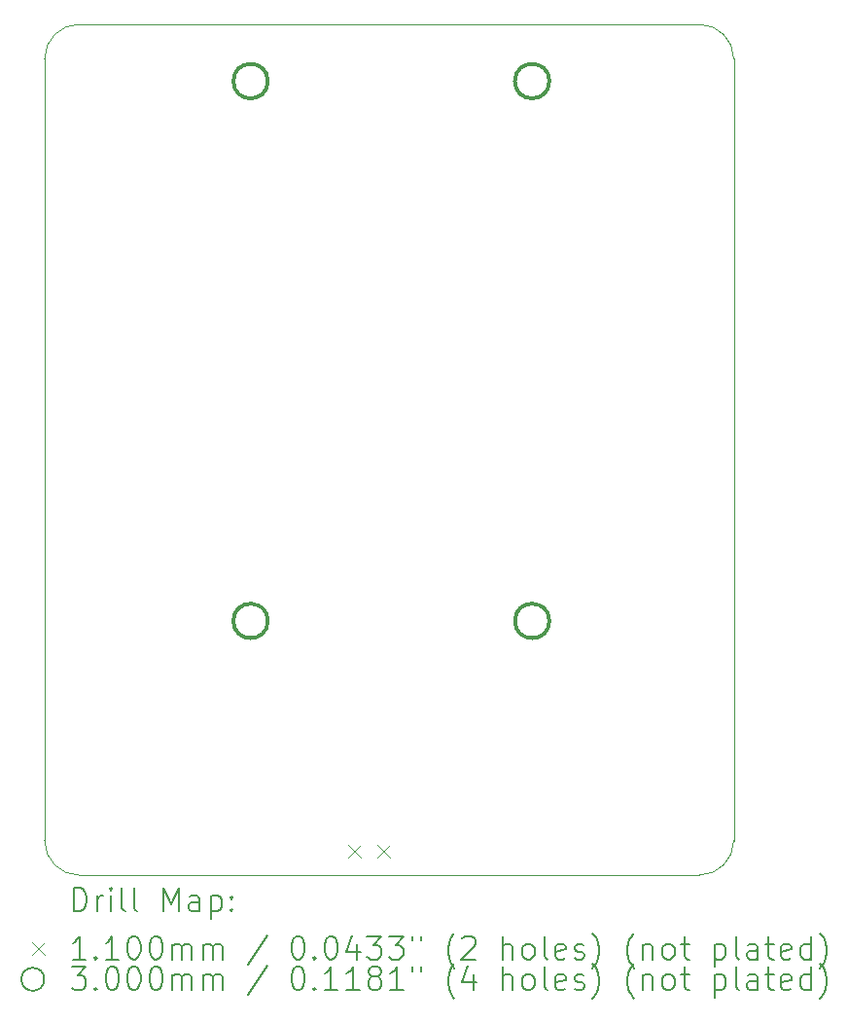
<source format=gbr>
%TF.GenerationSoftware,KiCad,Pcbnew,(6.0.7)*%
%TF.CreationDate,2022-08-26T02:08:34+02:00*%
%TF.ProjectId,airpcb_smd,61697270-6362-45f7-936d-642e6b696361,rev?*%
%TF.SameCoordinates,Original*%
%TF.FileFunction,Drillmap*%
%TF.FilePolarity,Positive*%
%FSLAX45Y45*%
G04 Gerber Fmt 4.5, Leading zero omitted, Abs format (unit mm)*
G04 Created by KiCad (PCBNEW (6.0.7)) date 2022-08-26 02:08:34*
%MOMM*%
%LPD*%
G01*
G04 APERTURE LIST*
%ADD10C,0.050000*%
%ADD11C,0.200000*%
%ADD12C,0.110000*%
%ADD13C,0.300000*%
G04 APERTURE END LIST*
D10*
X10300000Y-5000000D02*
G75*
G03*
X10000000Y-5300000I0J-300000D01*
G01*
X10300000Y-5000000D02*
X15700000Y-5000000D01*
X10000000Y-12100000D02*
G75*
G03*
X10300000Y-12400000I300000J0D01*
G01*
X16000000Y-5300000D02*
G75*
G03*
X15700000Y-5000000I-300000J0D01*
G01*
X16000000Y-5300000D02*
X16000000Y-12100000D01*
X10300000Y-12400000D02*
X15700000Y-12400000D01*
X10000000Y-5300000D02*
X10000000Y-12100000D01*
X15700000Y-12400000D02*
G75*
G03*
X16000000Y-12100000I0J300000D01*
G01*
D11*
D12*
X12645000Y-12137000D02*
X12755000Y-12247000D01*
X12755000Y-12137000D02*
X12645000Y-12247000D01*
X12899000Y-12137000D02*
X13009000Y-12247000D01*
X13009000Y-12137000D02*
X12899000Y-12247000D01*
D13*
X11943500Y-5494000D02*
G75*
G03*
X11943500Y-5494000I-150000J0D01*
G01*
X11943500Y-10189000D02*
G75*
G03*
X11943500Y-10189000I-150000J0D01*
G01*
X14394500Y-5494000D02*
G75*
G03*
X14394500Y-5494000I-150000J0D01*
G01*
X14394500Y-10189000D02*
G75*
G03*
X14394500Y-10189000I-150000J0D01*
G01*
D11*
X10255119Y-12712976D02*
X10255119Y-12512976D01*
X10302738Y-12512976D01*
X10331310Y-12522500D01*
X10350357Y-12541548D01*
X10359881Y-12560595D01*
X10369405Y-12598690D01*
X10369405Y-12627262D01*
X10359881Y-12665357D01*
X10350357Y-12684405D01*
X10331310Y-12703452D01*
X10302738Y-12712976D01*
X10255119Y-12712976D01*
X10455119Y-12712976D02*
X10455119Y-12579643D01*
X10455119Y-12617738D02*
X10464643Y-12598690D01*
X10474167Y-12589167D01*
X10493214Y-12579643D01*
X10512262Y-12579643D01*
X10578929Y-12712976D02*
X10578929Y-12579643D01*
X10578929Y-12512976D02*
X10569405Y-12522500D01*
X10578929Y-12532024D01*
X10588452Y-12522500D01*
X10578929Y-12512976D01*
X10578929Y-12532024D01*
X10702738Y-12712976D02*
X10683690Y-12703452D01*
X10674167Y-12684405D01*
X10674167Y-12512976D01*
X10807500Y-12712976D02*
X10788452Y-12703452D01*
X10778929Y-12684405D01*
X10778929Y-12512976D01*
X11036071Y-12712976D02*
X11036071Y-12512976D01*
X11102738Y-12655833D01*
X11169405Y-12512976D01*
X11169405Y-12712976D01*
X11350357Y-12712976D02*
X11350357Y-12608214D01*
X11340833Y-12589167D01*
X11321786Y-12579643D01*
X11283690Y-12579643D01*
X11264643Y-12589167D01*
X11350357Y-12703452D02*
X11331309Y-12712976D01*
X11283690Y-12712976D01*
X11264643Y-12703452D01*
X11255119Y-12684405D01*
X11255119Y-12665357D01*
X11264643Y-12646309D01*
X11283690Y-12636786D01*
X11331309Y-12636786D01*
X11350357Y-12627262D01*
X11445595Y-12579643D02*
X11445595Y-12779643D01*
X11445595Y-12589167D02*
X11464643Y-12579643D01*
X11502738Y-12579643D01*
X11521786Y-12589167D01*
X11531309Y-12598690D01*
X11540833Y-12617738D01*
X11540833Y-12674881D01*
X11531309Y-12693928D01*
X11521786Y-12703452D01*
X11502738Y-12712976D01*
X11464643Y-12712976D01*
X11445595Y-12703452D01*
X11626548Y-12693928D02*
X11636071Y-12703452D01*
X11626548Y-12712976D01*
X11617024Y-12703452D01*
X11626548Y-12693928D01*
X11626548Y-12712976D01*
X11626548Y-12589167D02*
X11636071Y-12598690D01*
X11626548Y-12608214D01*
X11617024Y-12598690D01*
X11626548Y-12589167D01*
X11626548Y-12608214D01*
D12*
X9887500Y-12987500D02*
X9997500Y-13097500D01*
X9997500Y-12987500D02*
X9887500Y-13097500D01*
D11*
X10359881Y-13132976D02*
X10245595Y-13132976D01*
X10302738Y-13132976D02*
X10302738Y-12932976D01*
X10283690Y-12961548D01*
X10264643Y-12980595D01*
X10245595Y-12990119D01*
X10445595Y-13113928D02*
X10455119Y-13123452D01*
X10445595Y-13132976D01*
X10436071Y-13123452D01*
X10445595Y-13113928D01*
X10445595Y-13132976D01*
X10645595Y-13132976D02*
X10531310Y-13132976D01*
X10588452Y-13132976D02*
X10588452Y-12932976D01*
X10569405Y-12961548D01*
X10550357Y-12980595D01*
X10531310Y-12990119D01*
X10769405Y-12932976D02*
X10788452Y-12932976D01*
X10807500Y-12942500D01*
X10817024Y-12952024D01*
X10826548Y-12971071D01*
X10836071Y-13009167D01*
X10836071Y-13056786D01*
X10826548Y-13094881D01*
X10817024Y-13113928D01*
X10807500Y-13123452D01*
X10788452Y-13132976D01*
X10769405Y-13132976D01*
X10750357Y-13123452D01*
X10740833Y-13113928D01*
X10731310Y-13094881D01*
X10721786Y-13056786D01*
X10721786Y-13009167D01*
X10731310Y-12971071D01*
X10740833Y-12952024D01*
X10750357Y-12942500D01*
X10769405Y-12932976D01*
X10959881Y-12932976D02*
X10978929Y-12932976D01*
X10997976Y-12942500D01*
X11007500Y-12952024D01*
X11017024Y-12971071D01*
X11026548Y-13009167D01*
X11026548Y-13056786D01*
X11017024Y-13094881D01*
X11007500Y-13113928D01*
X10997976Y-13123452D01*
X10978929Y-13132976D01*
X10959881Y-13132976D01*
X10940833Y-13123452D01*
X10931310Y-13113928D01*
X10921786Y-13094881D01*
X10912262Y-13056786D01*
X10912262Y-13009167D01*
X10921786Y-12971071D01*
X10931310Y-12952024D01*
X10940833Y-12942500D01*
X10959881Y-12932976D01*
X11112262Y-13132976D02*
X11112262Y-12999643D01*
X11112262Y-13018690D02*
X11121786Y-13009167D01*
X11140833Y-12999643D01*
X11169405Y-12999643D01*
X11188452Y-13009167D01*
X11197976Y-13028214D01*
X11197976Y-13132976D01*
X11197976Y-13028214D02*
X11207500Y-13009167D01*
X11226548Y-12999643D01*
X11255119Y-12999643D01*
X11274167Y-13009167D01*
X11283690Y-13028214D01*
X11283690Y-13132976D01*
X11378928Y-13132976D02*
X11378928Y-12999643D01*
X11378928Y-13018690D02*
X11388452Y-13009167D01*
X11407500Y-12999643D01*
X11436071Y-12999643D01*
X11455119Y-13009167D01*
X11464643Y-13028214D01*
X11464643Y-13132976D01*
X11464643Y-13028214D02*
X11474167Y-13009167D01*
X11493214Y-12999643D01*
X11521786Y-12999643D01*
X11540833Y-13009167D01*
X11550357Y-13028214D01*
X11550357Y-13132976D01*
X11940833Y-12923452D02*
X11769405Y-13180595D01*
X12197976Y-12932976D02*
X12217024Y-12932976D01*
X12236071Y-12942500D01*
X12245595Y-12952024D01*
X12255119Y-12971071D01*
X12264643Y-13009167D01*
X12264643Y-13056786D01*
X12255119Y-13094881D01*
X12245595Y-13113928D01*
X12236071Y-13123452D01*
X12217024Y-13132976D01*
X12197976Y-13132976D01*
X12178928Y-13123452D01*
X12169405Y-13113928D01*
X12159881Y-13094881D01*
X12150357Y-13056786D01*
X12150357Y-13009167D01*
X12159881Y-12971071D01*
X12169405Y-12952024D01*
X12178928Y-12942500D01*
X12197976Y-12932976D01*
X12350357Y-13113928D02*
X12359881Y-13123452D01*
X12350357Y-13132976D01*
X12340833Y-13123452D01*
X12350357Y-13113928D01*
X12350357Y-13132976D01*
X12483690Y-12932976D02*
X12502738Y-12932976D01*
X12521786Y-12942500D01*
X12531309Y-12952024D01*
X12540833Y-12971071D01*
X12550357Y-13009167D01*
X12550357Y-13056786D01*
X12540833Y-13094881D01*
X12531309Y-13113928D01*
X12521786Y-13123452D01*
X12502738Y-13132976D01*
X12483690Y-13132976D01*
X12464643Y-13123452D01*
X12455119Y-13113928D01*
X12445595Y-13094881D01*
X12436071Y-13056786D01*
X12436071Y-13009167D01*
X12445595Y-12971071D01*
X12455119Y-12952024D01*
X12464643Y-12942500D01*
X12483690Y-12932976D01*
X12721786Y-12999643D02*
X12721786Y-13132976D01*
X12674167Y-12923452D02*
X12626548Y-13066309D01*
X12750357Y-13066309D01*
X12807500Y-12932976D02*
X12931309Y-12932976D01*
X12864643Y-13009167D01*
X12893214Y-13009167D01*
X12912262Y-13018690D01*
X12921786Y-13028214D01*
X12931309Y-13047262D01*
X12931309Y-13094881D01*
X12921786Y-13113928D01*
X12912262Y-13123452D01*
X12893214Y-13132976D01*
X12836071Y-13132976D01*
X12817024Y-13123452D01*
X12807500Y-13113928D01*
X12997976Y-12932976D02*
X13121786Y-12932976D01*
X13055119Y-13009167D01*
X13083690Y-13009167D01*
X13102738Y-13018690D01*
X13112262Y-13028214D01*
X13121786Y-13047262D01*
X13121786Y-13094881D01*
X13112262Y-13113928D01*
X13102738Y-13123452D01*
X13083690Y-13132976D01*
X13026548Y-13132976D01*
X13007500Y-13123452D01*
X12997976Y-13113928D01*
X13197976Y-12932976D02*
X13197976Y-12971071D01*
X13274167Y-12932976D02*
X13274167Y-12971071D01*
X13569405Y-13209167D02*
X13559881Y-13199643D01*
X13540833Y-13171071D01*
X13531309Y-13152024D01*
X13521786Y-13123452D01*
X13512262Y-13075833D01*
X13512262Y-13037738D01*
X13521786Y-12990119D01*
X13531309Y-12961548D01*
X13540833Y-12942500D01*
X13559881Y-12913928D01*
X13569405Y-12904405D01*
X13636071Y-12952024D02*
X13645595Y-12942500D01*
X13664643Y-12932976D01*
X13712262Y-12932976D01*
X13731309Y-12942500D01*
X13740833Y-12952024D01*
X13750357Y-12971071D01*
X13750357Y-12990119D01*
X13740833Y-13018690D01*
X13626548Y-13132976D01*
X13750357Y-13132976D01*
X13988452Y-13132976D02*
X13988452Y-12932976D01*
X14074167Y-13132976D02*
X14074167Y-13028214D01*
X14064643Y-13009167D01*
X14045595Y-12999643D01*
X14017024Y-12999643D01*
X13997976Y-13009167D01*
X13988452Y-13018690D01*
X14197976Y-13132976D02*
X14178928Y-13123452D01*
X14169405Y-13113928D01*
X14159881Y-13094881D01*
X14159881Y-13037738D01*
X14169405Y-13018690D01*
X14178928Y-13009167D01*
X14197976Y-12999643D01*
X14226548Y-12999643D01*
X14245595Y-13009167D01*
X14255119Y-13018690D01*
X14264643Y-13037738D01*
X14264643Y-13094881D01*
X14255119Y-13113928D01*
X14245595Y-13123452D01*
X14226548Y-13132976D01*
X14197976Y-13132976D01*
X14378928Y-13132976D02*
X14359881Y-13123452D01*
X14350357Y-13104405D01*
X14350357Y-12932976D01*
X14531309Y-13123452D02*
X14512262Y-13132976D01*
X14474167Y-13132976D01*
X14455119Y-13123452D01*
X14445595Y-13104405D01*
X14445595Y-13028214D01*
X14455119Y-13009167D01*
X14474167Y-12999643D01*
X14512262Y-12999643D01*
X14531309Y-13009167D01*
X14540833Y-13028214D01*
X14540833Y-13047262D01*
X14445595Y-13066309D01*
X14617024Y-13123452D02*
X14636071Y-13132976D01*
X14674167Y-13132976D01*
X14693214Y-13123452D01*
X14702738Y-13104405D01*
X14702738Y-13094881D01*
X14693214Y-13075833D01*
X14674167Y-13066309D01*
X14645595Y-13066309D01*
X14626548Y-13056786D01*
X14617024Y-13037738D01*
X14617024Y-13028214D01*
X14626548Y-13009167D01*
X14645595Y-12999643D01*
X14674167Y-12999643D01*
X14693214Y-13009167D01*
X14769405Y-13209167D02*
X14778928Y-13199643D01*
X14797976Y-13171071D01*
X14807500Y-13152024D01*
X14817024Y-13123452D01*
X14826548Y-13075833D01*
X14826548Y-13037738D01*
X14817024Y-12990119D01*
X14807500Y-12961548D01*
X14797976Y-12942500D01*
X14778928Y-12913928D01*
X14769405Y-12904405D01*
X15131309Y-13209167D02*
X15121786Y-13199643D01*
X15102738Y-13171071D01*
X15093214Y-13152024D01*
X15083690Y-13123452D01*
X15074167Y-13075833D01*
X15074167Y-13037738D01*
X15083690Y-12990119D01*
X15093214Y-12961548D01*
X15102738Y-12942500D01*
X15121786Y-12913928D01*
X15131309Y-12904405D01*
X15207500Y-12999643D02*
X15207500Y-13132976D01*
X15207500Y-13018690D02*
X15217024Y-13009167D01*
X15236071Y-12999643D01*
X15264643Y-12999643D01*
X15283690Y-13009167D01*
X15293214Y-13028214D01*
X15293214Y-13132976D01*
X15417024Y-13132976D02*
X15397976Y-13123452D01*
X15388452Y-13113928D01*
X15378928Y-13094881D01*
X15378928Y-13037738D01*
X15388452Y-13018690D01*
X15397976Y-13009167D01*
X15417024Y-12999643D01*
X15445595Y-12999643D01*
X15464643Y-13009167D01*
X15474167Y-13018690D01*
X15483690Y-13037738D01*
X15483690Y-13094881D01*
X15474167Y-13113928D01*
X15464643Y-13123452D01*
X15445595Y-13132976D01*
X15417024Y-13132976D01*
X15540833Y-12999643D02*
X15617024Y-12999643D01*
X15569405Y-12932976D02*
X15569405Y-13104405D01*
X15578928Y-13123452D01*
X15597976Y-13132976D01*
X15617024Y-13132976D01*
X15836071Y-12999643D02*
X15836071Y-13199643D01*
X15836071Y-13009167D02*
X15855119Y-12999643D01*
X15893214Y-12999643D01*
X15912262Y-13009167D01*
X15921786Y-13018690D01*
X15931309Y-13037738D01*
X15931309Y-13094881D01*
X15921786Y-13113928D01*
X15912262Y-13123452D01*
X15893214Y-13132976D01*
X15855119Y-13132976D01*
X15836071Y-13123452D01*
X16045595Y-13132976D02*
X16026548Y-13123452D01*
X16017024Y-13104405D01*
X16017024Y-12932976D01*
X16207500Y-13132976D02*
X16207500Y-13028214D01*
X16197976Y-13009167D01*
X16178928Y-12999643D01*
X16140833Y-12999643D01*
X16121786Y-13009167D01*
X16207500Y-13123452D02*
X16188452Y-13132976D01*
X16140833Y-13132976D01*
X16121786Y-13123452D01*
X16112262Y-13104405D01*
X16112262Y-13085357D01*
X16121786Y-13066309D01*
X16140833Y-13056786D01*
X16188452Y-13056786D01*
X16207500Y-13047262D01*
X16274167Y-12999643D02*
X16350357Y-12999643D01*
X16302738Y-12932976D02*
X16302738Y-13104405D01*
X16312262Y-13123452D01*
X16331309Y-13132976D01*
X16350357Y-13132976D01*
X16493214Y-13123452D02*
X16474167Y-13132976D01*
X16436071Y-13132976D01*
X16417024Y-13123452D01*
X16407500Y-13104405D01*
X16407500Y-13028214D01*
X16417024Y-13009167D01*
X16436071Y-12999643D01*
X16474167Y-12999643D01*
X16493214Y-13009167D01*
X16502738Y-13028214D01*
X16502738Y-13047262D01*
X16407500Y-13066309D01*
X16674167Y-13132976D02*
X16674167Y-12932976D01*
X16674167Y-13123452D02*
X16655119Y-13132976D01*
X16617024Y-13132976D01*
X16597976Y-13123452D01*
X16588452Y-13113928D01*
X16578928Y-13094881D01*
X16578928Y-13037738D01*
X16588452Y-13018690D01*
X16597976Y-13009167D01*
X16617024Y-12999643D01*
X16655119Y-12999643D01*
X16674167Y-13009167D01*
X16750357Y-13209167D02*
X16759881Y-13199643D01*
X16778929Y-13171071D01*
X16788452Y-13152024D01*
X16797976Y-13123452D01*
X16807500Y-13075833D01*
X16807500Y-13037738D01*
X16797976Y-12990119D01*
X16788452Y-12961548D01*
X16778929Y-12942500D01*
X16759881Y-12913928D01*
X16750357Y-12904405D01*
X9997500Y-13306500D02*
G75*
G03*
X9997500Y-13306500I-100000J0D01*
G01*
X10236071Y-13196976D02*
X10359881Y-13196976D01*
X10293214Y-13273167D01*
X10321786Y-13273167D01*
X10340833Y-13282690D01*
X10350357Y-13292214D01*
X10359881Y-13311262D01*
X10359881Y-13358881D01*
X10350357Y-13377928D01*
X10340833Y-13387452D01*
X10321786Y-13396976D01*
X10264643Y-13396976D01*
X10245595Y-13387452D01*
X10236071Y-13377928D01*
X10445595Y-13377928D02*
X10455119Y-13387452D01*
X10445595Y-13396976D01*
X10436071Y-13387452D01*
X10445595Y-13377928D01*
X10445595Y-13396976D01*
X10578929Y-13196976D02*
X10597976Y-13196976D01*
X10617024Y-13206500D01*
X10626548Y-13216024D01*
X10636071Y-13235071D01*
X10645595Y-13273167D01*
X10645595Y-13320786D01*
X10636071Y-13358881D01*
X10626548Y-13377928D01*
X10617024Y-13387452D01*
X10597976Y-13396976D01*
X10578929Y-13396976D01*
X10559881Y-13387452D01*
X10550357Y-13377928D01*
X10540833Y-13358881D01*
X10531310Y-13320786D01*
X10531310Y-13273167D01*
X10540833Y-13235071D01*
X10550357Y-13216024D01*
X10559881Y-13206500D01*
X10578929Y-13196976D01*
X10769405Y-13196976D02*
X10788452Y-13196976D01*
X10807500Y-13206500D01*
X10817024Y-13216024D01*
X10826548Y-13235071D01*
X10836071Y-13273167D01*
X10836071Y-13320786D01*
X10826548Y-13358881D01*
X10817024Y-13377928D01*
X10807500Y-13387452D01*
X10788452Y-13396976D01*
X10769405Y-13396976D01*
X10750357Y-13387452D01*
X10740833Y-13377928D01*
X10731310Y-13358881D01*
X10721786Y-13320786D01*
X10721786Y-13273167D01*
X10731310Y-13235071D01*
X10740833Y-13216024D01*
X10750357Y-13206500D01*
X10769405Y-13196976D01*
X10959881Y-13196976D02*
X10978929Y-13196976D01*
X10997976Y-13206500D01*
X11007500Y-13216024D01*
X11017024Y-13235071D01*
X11026548Y-13273167D01*
X11026548Y-13320786D01*
X11017024Y-13358881D01*
X11007500Y-13377928D01*
X10997976Y-13387452D01*
X10978929Y-13396976D01*
X10959881Y-13396976D01*
X10940833Y-13387452D01*
X10931310Y-13377928D01*
X10921786Y-13358881D01*
X10912262Y-13320786D01*
X10912262Y-13273167D01*
X10921786Y-13235071D01*
X10931310Y-13216024D01*
X10940833Y-13206500D01*
X10959881Y-13196976D01*
X11112262Y-13396976D02*
X11112262Y-13263643D01*
X11112262Y-13282690D02*
X11121786Y-13273167D01*
X11140833Y-13263643D01*
X11169405Y-13263643D01*
X11188452Y-13273167D01*
X11197976Y-13292214D01*
X11197976Y-13396976D01*
X11197976Y-13292214D02*
X11207500Y-13273167D01*
X11226548Y-13263643D01*
X11255119Y-13263643D01*
X11274167Y-13273167D01*
X11283690Y-13292214D01*
X11283690Y-13396976D01*
X11378928Y-13396976D02*
X11378928Y-13263643D01*
X11378928Y-13282690D02*
X11388452Y-13273167D01*
X11407500Y-13263643D01*
X11436071Y-13263643D01*
X11455119Y-13273167D01*
X11464643Y-13292214D01*
X11464643Y-13396976D01*
X11464643Y-13292214D02*
X11474167Y-13273167D01*
X11493214Y-13263643D01*
X11521786Y-13263643D01*
X11540833Y-13273167D01*
X11550357Y-13292214D01*
X11550357Y-13396976D01*
X11940833Y-13187452D02*
X11769405Y-13444595D01*
X12197976Y-13196976D02*
X12217024Y-13196976D01*
X12236071Y-13206500D01*
X12245595Y-13216024D01*
X12255119Y-13235071D01*
X12264643Y-13273167D01*
X12264643Y-13320786D01*
X12255119Y-13358881D01*
X12245595Y-13377928D01*
X12236071Y-13387452D01*
X12217024Y-13396976D01*
X12197976Y-13396976D01*
X12178928Y-13387452D01*
X12169405Y-13377928D01*
X12159881Y-13358881D01*
X12150357Y-13320786D01*
X12150357Y-13273167D01*
X12159881Y-13235071D01*
X12169405Y-13216024D01*
X12178928Y-13206500D01*
X12197976Y-13196976D01*
X12350357Y-13377928D02*
X12359881Y-13387452D01*
X12350357Y-13396976D01*
X12340833Y-13387452D01*
X12350357Y-13377928D01*
X12350357Y-13396976D01*
X12550357Y-13396976D02*
X12436071Y-13396976D01*
X12493214Y-13396976D02*
X12493214Y-13196976D01*
X12474167Y-13225548D01*
X12455119Y-13244595D01*
X12436071Y-13254119D01*
X12740833Y-13396976D02*
X12626548Y-13396976D01*
X12683690Y-13396976D02*
X12683690Y-13196976D01*
X12664643Y-13225548D01*
X12645595Y-13244595D01*
X12626548Y-13254119D01*
X12855119Y-13282690D02*
X12836071Y-13273167D01*
X12826548Y-13263643D01*
X12817024Y-13244595D01*
X12817024Y-13235071D01*
X12826548Y-13216024D01*
X12836071Y-13206500D01*
X12855119Y-13196976D01*
X12893214Y-13196976D01*
X12912262Y-13206500D01*
X12921786Y-13216024D01*
X12931309Y-13235071D01*
X12931309Y-13244595D01*
X12921786Y-13263643D01*
X12912262Y-13273167D01*
X12893214Y-13282690D01*
X12855119Y-13282690D01*
X12836071Y-13292214D01*
X12826548Y-13301738D01*
X12817024Y-13320786D01*
X12817024Y-13358881D01*
X12826548Y-13377928D01*
X12836071Y-13387452D01*
X12855119Y-13396976D01*
X12893214Y-13396976D01*
X12912262Y-13387452D01*
X12921786Y-13377928D01*
X12931309Y-13358881D01*
X12931309Y-13320786D01*
X12921786Y-13301738D01*
X12912262Y-13292214D01*
X12893214Y-13282690D01*
X13121786Y-13396976D02*
X13007500Y-13396976D01*
X13064643Y-13396976D02*
X13064643Y-13196976D01*
X13045595Y-13225548D01*
X13026548Y-13244595D01*
X13007500Y-13254119D01*
X13197976Y-13196976D02*
X13197976Y-13235071D01*
X13274167Y-13196976D02*
X13274167Y-13235071D01*
X13569405Y-13473167D02*
X13559881Y-13463643D01*
X13540833Y-13435071D01*
X13531309Y-13416024D01*
X13521786Y-13387452D01*
X13512262Y-13339833D01*
X13512262Y-13301738D01*
X13521786Y-13254119D01*
X13531309Y-13225548D01*
X13540833Y-13206500D01*
X13559881Y-13177928D01*
X13569405Y-13168405D01*
X13731309Y-13263643D02*
X13731309Y-13396976D01*
X13683690Y-13187452D02*
X13636071Y-13330309D01*
X13759881Y-13330309D01*
X13988452Y-13396976D02*
X13988452Y-13196976D01*
X14074167Y-13396976D02*
X14074167Y-13292214D01*
X14064643Y-13273167D01*
X14045595Y-13263643D01*
X14017024Y-13263643D01*
X13997976Y-13273167D01*
X13988452Y-13282690D01*
X14197976Y-13396976D02*
X14178928Y-13387452D01*
X14169405Y-13377928D01*
X14159881Y-13358881D01*
X14159881Y-13301738D01*
X14169405Y-13282690D01*
X14178928Y-13273167D01*
X14197976Y-13263643D01*
X14226548Y-13263643D01*
X14245595Y-13273167D01*
X14255119Y-13282690D01*
X14264643Y-13301738D01*
X14264643Y-13358881D01*
X14255119Y-13377928D01*
X14245595Y-13387452D01*
X14226548Y-13396976D01*
X14197976Y-13396976D01*
X14378928Y-13396976D02*
X14359881Y-13387452D01*
X14350357Y-13368405D01*
X14350357Y-13196976D01*
X14531309Y-13387452D02*
X14512262Y-13396976D01*
X14474167Y-13396976D01*
X14455119Y-13387452D01*
X14445595Y-13368405D01*
X14445595Y-13292214D01*
X14455119Y-13273167D01*
X14474167Y-13263643D01*
X14512262Y-13263643D01*
X14531309Y-13273167D01*
X14540833Y-13292214D01*
X14540833Y-13311262D01*
X14445595Y-13330309D01*
X14617024Y-13387452D02*
X14636071Y-13396976D01*
X14674167Y-13396976D01*
X14693214Y-13387452D01*
X14702738Y-13368405D01*
X14702738Y-13358881D01*
X14693214Y-13339833D01*
X14674167Y-13330309D01*
X14645595Y-13330309D01*
X14626548Y-13320786D01*
X14617024Y-13301738D01*
X14617024Y-13292214D01*
X14626548Y-13273167D01*
X14645595Y-13263643D01*
X14674167Y-13263643D01*
X14693214Y-13273167D01*
X14769405Y-13473167D02*
X14778928Y-13463643D01*
X14797976Y-13435071D01*
X14807500Y-13416024D01*
X14817024Y-13387452D01*
X14826548Y-13339833D01*
X14826548Y-13301738D01*
X14817024Y-13254119D01*
X14807500Y-13225548D01*
X14797976Y-13206500D01*
X14778928Y-13177928D01*
X14769405Y-13168405D01*
X15131309Y-13473167D02*
X15121786Y-13463643D01*
X15102738Y-13435071D01*
X15093214Y-13416024D01*
X15083690Y-13387452D01*
X15074167Y-13339833D01*
X15074167Y-13301738D01*
X15083690Y-13254119D01*
X15093214Y-13225548D01*
X15102738Y-13206500D01*
X15121786Y-13177928D01*
X15131309Y-13168405D01*
X15207500Y-13263643D02*
X15207500Y-13396976D01*
X15207500Y-13282690D02*
X15217024Y-13273167D01*
X15236071Y-13263643D01*
X15264643Y-13263643D01*
X15283690Y-13273167D01*
X15293214Y-13292214D01*
X15293214Y-13396976D01*
X15417024Y-13396976D02*
X15397976Y-13387452D01*
X15388452Y-13377928D01*
X15378928Y-13358881D01*
X15378928Y-13301738D01*
X15388452Y-13282690D01*
X15397976Y-13273167D01*
X15417024Y-13263643D01*
X15445595Y-13263643D01*
X15464643Y-13273167D01*
X15474167Y-13282690D01*
X15483690Y-13301738D01*
X15483690Y-13358881D01*
X15474167Y-13377928D01*
X15464643Y-13387452D01*
X15445595Y-13396976D01*
X15417024Y-13396976D01*
X15540833Y-13263643D02*
X15617024Y-13263643D01*
X15569405Y-13196976D02*
X15569405Y-13368405D01*
X15578928Y-13387452D01*
X15597976Y-13396976D01*
X15617024Y-13396976D01*
X15836071Y-13263643D02*
X15836071Y-13463643D01*
X15836071Y-13273167D02*
X15855119Y-13263643D01*
X15893214Y-13263643D01*
X15912262Y-13273167D01*
X15921786Y-13282690D01*
X15931309Y-13301738D01*
X15931309Y-13358881D01*
X15921786Y-13377928D01*
X15912262Y-13387452D01*
X15893214Y-13396976D01*
X15855119Y-13396976D01*
X15836071Y-13387452D01*
X16045595Y-13396976D02*
X16026548Y-13387452D01*
X16017024Y-13368405D01*
X16017024Y-13196976D01*
X16207500Y-13396976D02*
X16207500Y-13292214D01*
X16197976Y-13273167D01*
X16178928Y-13263643D01*
X16140833Y-13263643D01*
X16121786Y-13273167D01*
X16207500Y-13387452D02*
X16188452Y-13396976D01*
X16140833Y-13396976D01*
X16121786Y-13387452D01*
X16112262Y-13368405D01*
X16112262Y-13349357D01*
X16121786Y-13330309D01*
X16140833Y-13320786D01*
X16188452Y-13320786D01*
X16207500Y-13311262D01*
X16274167Y-13263643D02*
X16350357Y-13263643D01*
X16302738Y-13196976D02*
X16302738Y-13368405D01*
X16312262Y-13387452D01*
X16331309Y-13396976D01*
X16350357Y-13396976D01*
X16493214Y-13387452D02*
X16474167Y-13396976D01*
X16436071Y-13396976D01*
X16417024Y-13387452D01*
X16407500Y-13368405D01*
X16407500Y-13292214D01*
X16417024Y-13273167D01*
X16436071Y-13263643D01*
X16474167Y-13263643D01*
X16493214Y-13273167D01*
X16502738Y-13292214D01*
X16502738Y-13311262D01*
X16407500Y-13330309D01*
X16674167Y-13396976D02*
X16674167Y-13196976D01*
X16674167Y-13387452D02*
X16655119Y-13396976D01*
X16617024Y-13396976D01*
X16597976Y-13387452D01*
X16588452Y-13377928D01*
X16578928Y-13358881D01*
X16578928Y-13301738D01*
X16588452Y-13282690D01*
X16597976Y-13273167D01*
X16617024Y-13263643D01*
X16655119Y-13263643D01*
X16674167Y-13273167D01*
X16750357Y-13473167D02*
X16759881Y-13463643D01*
X16778929Y-13435071D01*
X16788452Y-13416024D01*
X16797976Y-13387452D01*
X16807500Y-13339833D01*
X16807500Y-13301738D01*
X16797976Y-13254119D01*
X16788452Y-13225548D01*
X16778929Y-13206500D01*
X16759881Y-13177928D01*
X16750357Y-13168405D01*
M02*

</source>
